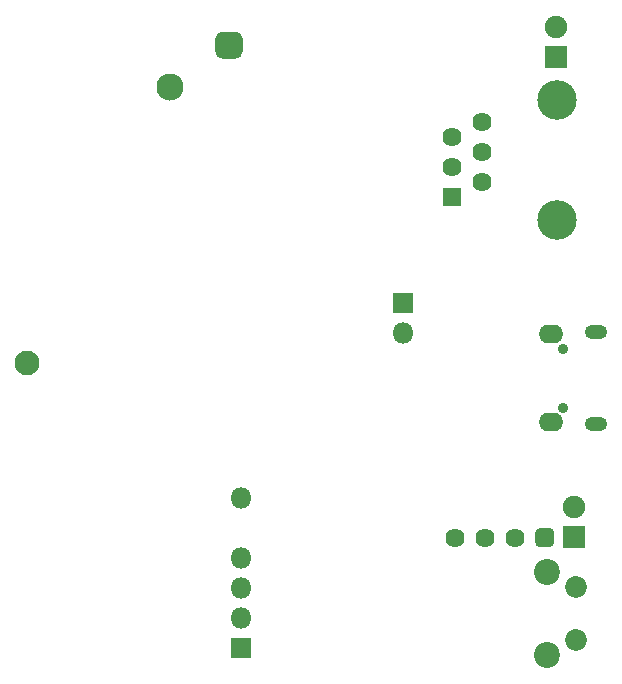
<source format=gbr>
%TF.GenerationSoftware,KiCad,Pcbnew,(5.1.6)-1*%
%TF.CreationDate,2021-04-28T12:39:19+02:00*%
%TF.ProjectId,wireless_button,77697265-6c65-4737-935f-627574746f6e,rev?*%
%TF.SameCoordinates,Original*%
%TF.FileFunction,Soldermask,Bot*%
%TF.FilePolarity,Negative*%
%FSLAX46Y46*%
G04 Gerber Fmt 4.6, Leading zero omitted, Abs format (unit mm)*
G04 Created by KiCad (PCBNEW (5.1.6)-1) date 2021-04-28 12:39:19*
%MOMM*%
%LPD*%
G01*
G04 APERTURE LIST*
%ADD10O,1.800000X1.800000*%
%ADD11R,1.800000X1.800000*%
%ADD12C,2.300000*%
%ADD13C,2.100000*%
%ADD14C,1.900000*%
%ADD15R,1.900000X1.900000*%
%ADD16C,1.624000*%
%ADD17R,1.620000X1.620000*%
%ADD18C,3.350000*%
%ADD19C,1.620000*%
%ADD20O,0.900000X0.900000*%
%ADD21O,1.900000X1.250000*%
%ADD22O,2.100000X1.550000*%
%ADD23C,2.200000*%
%ADD24C,1.850000*%
G04 APERTURE END LIST*
D10*
%TO.C,J5*%
X119812000Y-99492000D03*
D11*
X119812000Y-96952000D03*
%TD*%
D12*
%TO.C,J6*%
X100080000Y-78608000D03*
G36*
G01*
X104505000Y-73958000D02*
X105655000Y-73958000D01*
G75*
G02*
X106230000Y-74533000I0J-575000D01*
G01*
X106230000Y-75683000D01*
G75*
G02*
X105655000Y-76258000I-575000J0D01*
G01*
X104505000Y-76258000D01*
G75*
G02*
X103930000Y-75683000I0J575000D01*
G01*
X103930000Y-74533000D01*
G75*
G02*
X104505000Y-73958000I575000J0D01*
G01*
G37*
%TD*%
D10*
%TO.C,J4*%
X106096000Y-113462000D03*
X106096000Y-118542000D03*
X106096000Y-121082000D03*
X106096000Y-123622000D03*
D11*
X106096000Y-126162000D03*
%TD*%
D13*
%TO.C,J3*%
X88000000Y-102000000D03*
%TD*%
D14*
%TO.C,D2*%
X132766000Y-73584000D03*
D15*
X132766000Y-76124000D03*
%TD*%
D16*
%TO.C,U3*%
X124200000Y-116800000D03*
X126740000Y-116800000D03*
X129280000Y-116800000D03*
G36*
G01*
X132226000Y-117612000D02*
X131414000Y-117612000D01*
G75*
G02*
X131008000Y-117206000I0J406000D01*
G01*
X131008000Y-116394000D01*
G75*
G02*
X131414000Y-115988000I406000J0D01*
G01*
X132226000Y-115988000D01*
G75*
G02*
X132632000Y-116394000I0J-406000D01*
G01*
X132632000Y-117206000D01*
G75*
G02*
X132226000Y-117612000I-406000J0D01*
G01*
G37*
%TD*%
D14*
%TO.C,D1*%
X134290000Y-114224000D03*
D15*
X134290000Y-116764000D03*
%TD*%
D17*
%TO.C,J2*%
X124000000Y-88000000D03*
D18*
X132890000Y-89910000D03*
D19*
X126540000Y-86730000D03*
X124000000Y-85460000D03*
X126540000Y-84190000D03*
X124000000Y-82920000D03*
X126540000Y-81650000D03*
D18*
X132890000Y-79750000D03*
%TD*%
D20*
%TO.C,J1*%
X133400000Y-100802000D03*
X133400000Y-105802000D03*
D21*
X136150000Y-99427000D03*
X136150000Y-107177000D03*
D22*
X132350000Y-99577000D03*
X132350000Y-107027000D03*
%TD*%
D23*
%TO.C,SW1*%
X131975000Y-119705000D03*
D24*
X134465000Y-120955000D03*
X134465000Y-125455000D03*
D23*
X131975000Y-126715000D03*
%TD*%
M02*

</source>
